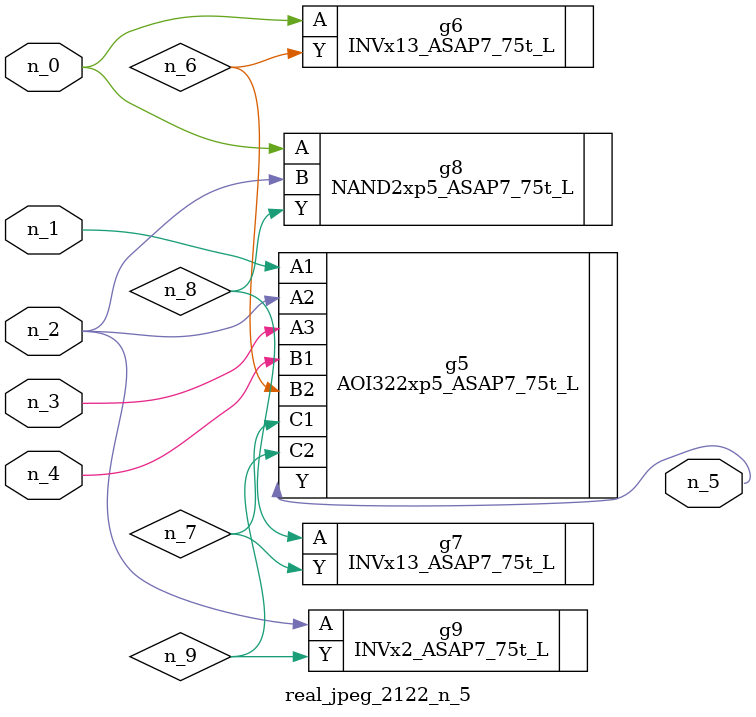
<source format=v>
module real_jpeg_2122_n_5 (n_4, n_0, n_1, n_2, n_3, n_5);

input n_4;
input n_0;
input n_1;
input n_2;
input n_3;

output n_5;

wire n_8;
wire n_6;
wire n_7;
wire n_9;

INVx13_ASAP7_75t_L g6 ( 
.A(n_0),
.Y(n_6)
);

NAND2xp5_ASAP7_75t_L g8 ( 
.A(n_0),
.B(n_2),
.Y(n_8)
);

AOI322xp5_ASAP7_75t_L g5 ( 
.A1(n_1),
.A2(n_2),
.A3(n_3),
.B1(n_4),
.B2(n_6),
.C1(n_7),
.C2(n_9),
.Y(n_5)
);

INVx2_ASAP7_75t_L g9 ( 
.A(n_2),
.Y(n_9)
);

INVx13_ASAP7_75t_L g7 ( 
.A(n_8),
.Y(n_7)
);


endmodule
</source>
